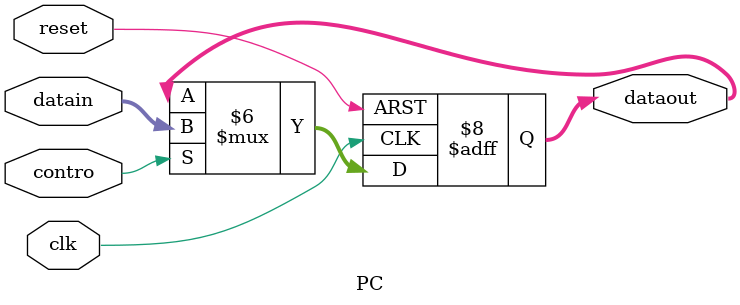
<source format=v>
module  PC(datain, dataout, contro, reset, clk);
    input [31:0] datain;
    input clk, contro, reset;
    output reg [31:0] dataout;
    initial begin
        dataout = 32'd0;
    end
    always @(posedge clk, posedge reset) begin
        if(reset == 1'b1) dataout = 32'd0;
        else begin
            if(contro == 1'b1) dataout = datain;
        end
    end
endmodule
</source>
